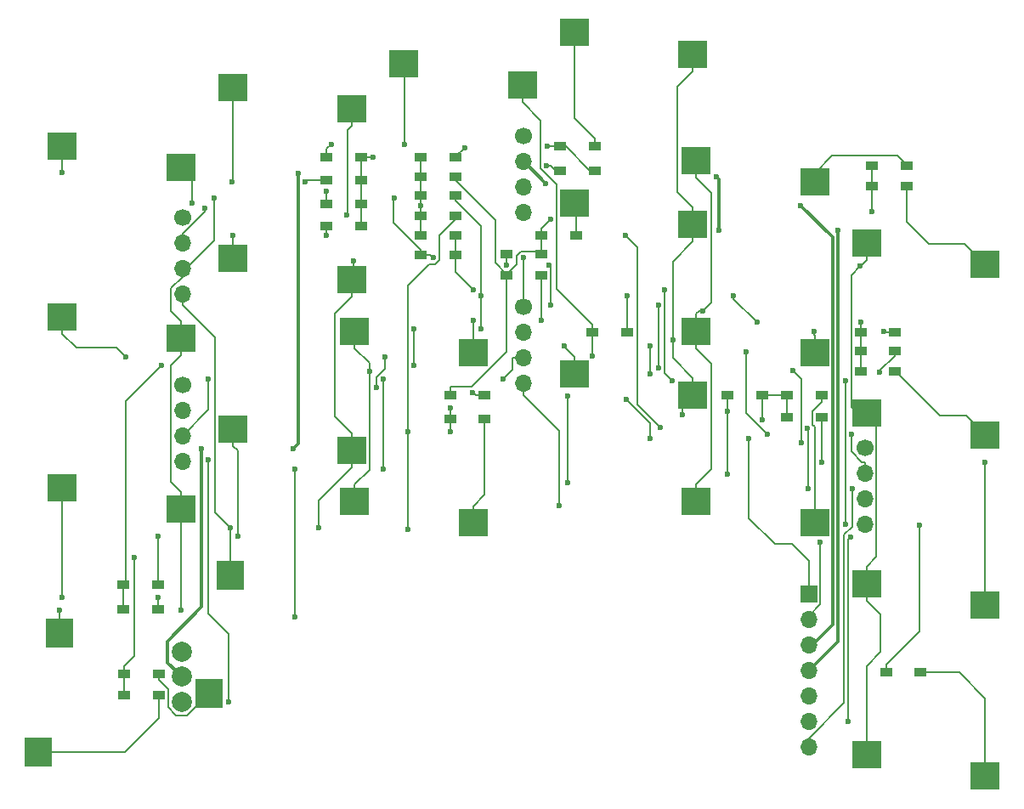
<source format=gbr>
G04 #@! TF.GenerationSoftware,KiCad,Pcbnew,9.0.0*
G04 #@! TF.CreationDate,2025-04-21T18:55:09+09:00*
G04 #@! TF.ProjectId,nofy_V2_R,6e6f6679-5f56-4325-9f52-2e6b69636164,rev?*
G04 #@! TF.SameCoordinates,Original*
G04 #@! TF.FileFunction,Copper,L2,Bot*
G04 #@! TF.FilePolarity,Positive*
%FSLAX46Y46*%
G04 Gerber Fmt 4.6, Leading zero omitted, Abs format (unit mm)*
G04 Created by KiCad (PCBNEW 9.0.0) date 2025-04-21 18:55:09*
%MOMM*%
%LPD*%
G01*
G04 APERTURE LIST*
G04 #@! TA.AperFunction,SMDPad,CuDef*
%ADD10R,1.200000X0.950000*%
G04 #@! TD*
G04 #@! TA.AperFunction,SMDPad,CuDef*
%ADD11R,3.000000X2.800000*%
G04 #@! TD*
G04 #@! TA.AperFunction,SMDPad,CuDef*
%ADD12R,2.850000X2.750000*%
G04 #@! TD*
G04 #@! TA.AperFunction,ComponentPad*
%ADD13C,1.700000*%
G04 #@! TD*
G04 #@! TA.AperFunction,ComponentPad*
%ADD14O,1.700000X1.700000*%
G04 #@! TD*
G04 #@! TA.AperFunction,ComponentPad*
%ADD15R,1.700000X1.700000*%
G04 #@! TD*
G04 #@! TA.AperFunction,SMDPad,CuDef*
%ADD16R,2.800000X3.000000*%
G04 #@! TD*
G04 #@! TA.AperFunction,SMDPad,CuDef*
%ADD17R,2.750000X2.850000*%
G04 #@! TD*
G04 #@! TA.AperFunction,ComponentPad*
%ADD18C,2.000000*%
G04 #@! TD*
G04 #@! TA.AperFunction,ViaPad*
%ADD19C,0.600000*%
G04 #@! TD*
G04 #@! TA.AperFunction,Conductor*
%ADD20C,0.200000*%
G04 #@! TD*
G04 #@! TA.AperFunction,Conductor*
%ADD21C,0.330000*%
G04 #@! TD*
G04 APERTURE END LIST*
D10*
X172400025Y-51650000D03*
X175850025Y-51650000D03*
X141850025Y-27900000D03*
X145300025Y-27900000D03*
X144753125Y-54050000D03*
X148203125Y-54050000D03*
D11*
X134950000Y-57150000D03*
D12*
X123125000Y-55025000D03*
D11*
X168950000Y-51650000D03*
D12*
X157125000Y-49525000D03*
D11*
X169250000Y-45250000D03*
D12*
X181075000Y-47375000D03*
D10*
X150400025Y-37550000D03*
X153850025Y-37550000D03*
D13*
X186100000Y-56900000D03*
D14*
X186100000Y-59440000D03*
X186100000Y-61980000D03*
X186100000Y-64520000D03*
D11*
X117950000Y-62950000D03*
D12*
X106125000Y-60825000D03*
D10*
X112200025Y-70550000D03*
X115650025Y-70550000D03*
X185650025Y-49250000D03*
X189100025Y-49250000D03*
D11*
X168950000Y-34650000D03*
D12*
X157125000Y-32525000D03*
D11*
X135250000Y-45250000D03*
D12*
X147075000Y-47375000D03*
D13*
X152100000Y-25800000D03*
D14*
X152100000Y-28340000D03*
X152100000Y-30880000D03*
X152100000Y-33420000D03*
D10*
X150400025Y-39700000D03*
X153850025Y-39700000D03*
X135899975Y-34750000D03*
X132449975Y-34750000D03*
D11*
X168950000Y-17650000D03*
D12*
X157125000Y-15525000D03*
D10*
X141850025Y-31750000D03*
X145300025Y-31750000D03*
X135899975Y-30250000D03*
X132449975Y-30250000D03*
X188200025Y-79250000D03*
X191650025Y-79250000D03*
X185649925Y-47250000D03*
X189099925Y-47250000D03*
X155750025Y-29250000D03*
X159200025Y-29250000D03*
D13*
X118100000Y-33905000D03*
D14*
X118100000Y-36445000D03*
X118100000Y-38985000D03*
X118100000Y-41525000D03*
D10*
X135900075Y-27900000D03*
X132450075Y-27900000D03*
X158926525Y-45400000D03*
X162376525Y-45400000D03*
D11*
X117950000Y-45950000D03*
D12*
X106125000Y-43825000D03*
D11*
X117950000Y-28950000D03*
D12*
X106125000Y-26825000D03*
D11*
X186250000Y-36450000D03*
D12*
X198075000Y-38575000D03*
D10*
X153850025Y-35700000D03*
X157300025Y-35700000D03*
X141850025Y-33750000D03*
X145300025Y-33750000D03*
D13*
X118100000Y-50600000D03*
D14*
X118100000Y-53140000D03*
X118100000Y-55680000D03*
X118100000Y-58220000D03*
D10*
X141850025Y-35700000D03*
X145300025Y-35700000D03*
X186800025Y-30850000D03*
X190250025Y-30850000D03*
D11*
X134950000Y-23125000D03*
D12*
X123125000Y-21000000D03*
D11*
X186250000Y-53450000D03*
D12*
X198075000Y-55575000D03*
D10*
X112300025Y-79400000D03*
X115750025Y-79400000D03*
D15*
X180500000Y-71440000D03*
D14*
X180500000Y-73980000D03*
X180500000Y-76520000D03*
X180500000Y-79060000D03*
X180500000Y-81600000D03*
X180500000Y-84140000D03*
X180500000Y-86680000D03*
D13*
X152100000Y-42860000D03*
D14*
X152100000Y-45400000D03*
X152100000Y-47940000D03*
X152100000Y-50480000D03*
D16*
X122850000Y-69550000D03*
D17*
X120725000Y-81375000D03*
D11*
X134950000Y-40150000D03*
D12*
X123125000Y-38025000D03*
D11*
X186250000Y-70450000D03*
D12*
X198075000Y-72575000D03*
D10*
X185650025Y-45400000D03*
X189100025Y-45400000D03*
D11*
X169250000Y-28250000D03*
D12*
X181075000Y-30375000D03*
D11*
X169250000Y-62250000D03*
D12*
X181075000Y-64375000D03*
D10*
X178350025Y-51650000D03*
X181800025Y-51650000D03*
X112200025Y-72950000D03*
X115650025Y-72950000D03*
X155750025Y-26850000D03*
X159200025Y-26850000D03*
X186800025Y-28750000D03*
X190250025Y-28750000D03*
X135899975Y-32600000D03*
X132449975Y-32600000D03*
D11*
X151950000Y-20750000D03*
D12*
X140125000Y-18625000D03*
D11*
X135250000Y-62250000D03*
D12*
X147075000Y-64375000D03*
D10*
X112300025Y-81500000D03*
X115750025Y-81500000D03*
D11*
X186250000Y-87450000D03*
D12*
X198075000Y-89575000D03*
D10*
X141850025Y-29850000D03*
X145300025Y-29850000D03*
X178350025Y-53850000D03*
X181800025Y-53850000D03*
X144753125Y-51600000D03*
X148203125Y-51600000D03*
D16*
X105850000Y-75350000D03*
D17*
X103725000Y-87175000D03*
D10*
X141850025Y-37700000D03*
X145300025Y-37700000D03*
D18*
X118000000Y-82200000D03*
X118000000Y-77200000D03*
X118000000Y-79700000D03*
D19*
X155651000Y-62673900D03*
X181655700Y-66324400D03*
X164648300Y-55943600D03*
X162317200Y-52083200D03*
X174531400Y-55943600D03*
X180359500Y-54933900D03*
X165720200Y-54881000D03*
X184811600Y-60944800D03*
X180471400Y-60944800D03*
X162215200Y-35698300D03*
X171509100Y-35211700D03*
X183399900Y-35211700D03*
X171254500Y-29857200D03*
X156450800Y-60398300D03*
X184443400Y-84140000D03*
X184638765Y-65803765D03*
X156450800Y-51688000D03*
X120008600Y-57001600D03*
X154304000Y-30523900D03*
X129100000Y-57001600D03*
X129665100Y-29572100D03*
X179701100Y-32759200D03*
X120691000Y-58100000D03*
X122731300Y-82200000D03*
X129306500Y-73713800D03*
X138103800Y-59032100D03*
X129306500Y-59032100D03*
X150019800Y-50020200D03*
X138103800Y-50020200D03*
X187997400Y-45251300D03*
X181023300Y-45251300D03*
X112464800Y-47834400D03*
X138259600Y-47834400D03*
X147011100Y-51359400D03*
X137427800Y-50910600D03*
X147075000Y-44187400D03*
X153850000Y-44187400D03*
X115650000Y-71800000D03*
X106100000Y-71750000D03*
X123125000Y-35750000D03*
X132450000Y-35748600D03*
X123589300Y-65653300D03*
X115650000Y-65653300D03*
X132950000Y-26657000D03*
X140196700Y-26657000D03*
X164648300Y-46702000D03*
X156130900Y-46702000D03*
X164648300Y-49535900D03*
X187583300Y-49369700D03*
X123050000Y-30350000D03*
X130330100Y-30350000D03*
X132450000Y-31300000D03*
X106125000Y-29425900D03*
X181800000Y-58288300D03*
X198075000Y-58288300D03*
X186800000Y-33366400D03*
X154744700Y-34141700D03*
X147862300Y-41757300D03*
X141148000Y-45032500D03*
X141148000Y-48646400D03*
X185650000Y-44359600D03*
X175341100Y-44359600D03*
X116005700Y-48646400D03*
X173025800Y-41755000D03*
X162376500Y-41755000D03*
X147862300Y-45032500D03*
X175829015Y-54108885D03*
X140546300Y-55281400D03*
X140546300Y-65004800D03*
X113273100Y-67790400D03*
X144753100Y-52950000D03*
X144753100Y-55281400D03*
X137100000Y-27900000D03*
X154412600Y-26850000D03*
X146193200Y-26962600D03*
X147076600Y-41135100D03*
X166922700Y-50173100D03*
X166147500Y-41135100D03*
X184123700Y-64520000D03*
X191522700Y-64550000D03*
X184123700Y-50173100D03*
X120356500Y-33052400D03*
X141850000Y-32751500D03*
X105850000Y-73041500D03*
X154382700Y-28750000D03*
X121235200Y-31955100D03*
X117950000Y-73041500D03*
X179757800Y-56349200D03*
X150400000Y-38679400D03*
X154644500Y-38679400D03*
X165497900Y-42679500D03*
X154773000Y-42679500D03*
X135166300Y-38230300D03*
X178879700Y-49140800D03*
X165497900Y-48904500D03*
X122850000Y-64828700D03*
X131658200Y-64828700D03*
X158926500Y-47772400D03*
X136751700Y-49248600D03*
X120671800Y-50020200D03*
X136751700Y-49248600D03*
X184734200Y-55535600D03*
X176407200Y-55535600D03*
X174279700Y-47303700D03*
X167913400Y-53564600D03*
X172400000Y-59530300D03*
X172400000Y-53284900D03*
X166948900Y-46113800D03*
X169963400Y-43214200D03*
X139200000Y-32000000D03*
X143066085Y-37931485D03*
X152100000Y-37958800D03*
X119050000Y-32500000D03*
X134500000Y-33700000D03*
X185642000Y-38752100D03*
D20*
X155651000Y-62673900D02*
X155651000Y-55182700D01*
X181655700Y-72464400D02*
X181655700Y-66324400D01*
X152100000Y-50480000D02*
X152100000Y-51631700D01*
X155651000Y-55182700D02*
X152100000Y-51631700D01*
X180500000Y-73980000D02*
X180500000Y-73620100D01*
X180500000Y-73620100D02*
X181655700Y-72464400D01*
X164648300Y-55943600D02*
X164648300Y-54414300D01*
X164648300Y-54414300D02*
X162317200Y-52083200D01*
X174531400Y-63881400D02*
X174531400Y-55943600D01*
X178801100Y-66486500D02*
X177136500Y-66486500D01*
X180500000Y-71440000D02*
X180500000Y-68185400D01*
X180500000Y-68185400D02*
X178801100Y-66486500D01*
X177136500Y-66486500D02*
X174531400Y-63881400D01*
X184811600Y-60944800D02*
X184811600Y-64782400D01*
X163405500Y-36888600D02*
X162215200Y-35698300D01*
X184035100Y-82281100D02*
X180500000Y-85816200D01*
X163405500Y-52566300D02*
X163405500Y-36888600D01*
X180359500Y-54933900D02*
X180471400Y-55045800D01*
X165720200Y-54881000D02*
X163405500Y-52566300D01*
X184811600Y-64782400D02*
X184035100Y-65558900D01*
X184035100Y-65558900D02*
X184035100Y-82281100D01*
X180500000Y-85816200D02*
X180500000Y-86680000D01*
X180471400Y-55045800D02*
X180471400Y-60944800D01*
D21*
X171509100Y-30111800D02*
X171254500Y-29857200D01*
X180500000Y-79060000D02*
X183399900Y-76160100D01*
X183399900Y-76160100D02*
X183399900Y-35211700D01*
X171509100Y-35211700D02*
X171509100Y-30111800D01*
D20*
X184638765Y-65806035D02*
X184443400Y-66001400D01*
X184638765Y-65803765D02*
X184638765Y-65806035D01*
X184443400Y-66001400D02*
X184443400Y-84140000D01*
X156450800Y-60398300D02*
X156450800Y-51688000D01*
D21*
X152120100Y-28340000D02*
X154304000Y-30523900D01*
X182868200Y-35926300D02*
X179701100Y-32759200D01*
X116586100Y-78286100D02*
X116586100Y-76181200D01*
X116586100Y-76181200D02*
X120008600Y-72758700D01*
X152100000Y-28340000D02*
X152120100Y-28340000D01*
X129100000Y-57001600D02*
X129665100Y-56436500D01*
X129665100Y-56436500D02*
X129665100Y-29572100D01*
X180500000Y-76520000D02*
X180830000Y-76520000D01*
X180830000Y-76520000D02*
X182868200Y-74481800D01*
X118000000Y-79700000D02*
X116586100Y-78286100D01*
X182868200Y-74481800D02*
X182868200Y-35926300D01*
X120008600Y-72758700D02*
X120008600Y-57001600D01*
D20*
X120691000Y-73422300D02*
X122731300Y-75462600D01*
X122731300Y-75462600D02*
X122731300Y-82200000D01*
X120691000Y-58100000D02*
X120691000Y-73422300D01*
X152100000Y-47940000D02*
X150948300Y-47940000D01*
X129306500Y-73713800D02*
X129306500Y-59032100D01*
X138103800Y-50020200D02*
X138103800Y-59032100D01*
X150948300Y-47940000D02*
X150948300Y-49091700D01*
X150948300Y-49091700D02*
X150019800Y-50020200D01*
X189300000Y-27750000D02*
X190250000Y-28700000D01*
X182850000Y-27750000D02*
X189300000Y-27750000D01*
X181075000Y-29525000D02*
X182850000Y-27750000D01*
X190250000Y-28700000D02*
X190250000Y-28750000D01*
X181075000Y-30375000D02*
X181075000Y-29525000D01*
X180870800Y-53258800D02*
X180870800Y-54594300D01*
X181800025Y-51650000D02*
X181800025Y-52329575D01*
X181075000Y-54798500D02*
X181075000Y-64375000D01*
X180870800Y-54594300D02*
X181075000Y-54798500D01*
X181800000Y-51650000D02*
X181800025Y-51650000D01*
X181800025Y-52329575D02*
X180870800Y-53258800D01*
X188049600Y-45251300D02*
X188198300Y-45400000D01*
X181075000Y-45698300D02*
X181023300Y-45646600D01*
X187997400Y-45251300D02*
X188049600Y-45251300D01*
X181023300Y-45646600D02*
X181023300Y-45251300D01*
X181075000Y-47375000D02*
X181075000Y-45698300D01*
X189100000Y-45400000D02*
X188198300Y-45400000D01*
X147011100Y-51359400D02*
X147060800Y-51359400D01*
X148203100Y-51600000D02*
X147301400Y-51600000D01*
X137427800Y-50910600D02*
X137427800Y-49825900D01*
X147060800Y-51359400D02*
X147301400Y-51600000D01*
X106125000Y-45501700D02*
X107526900Y-46903600D01*
X111534000Y-46903600D02*
X112464800Y-47834400D01*
X107526900Y-46903600D02*
X111534000Y-46903600D01*
X138259600Y-48994100D02*
X138259600Y-47834400D01*
X106125000Y-43825000D02*
X106125000Y-45501700D01*
X137427800Y-49825900D02*
X138259600Y-48994100D01*
X147075000Y-44187400D02*
X147075000Y-47375000D01*
X153850000Y-39700000D02*
X153850000Y-44187400D01*
X157125000Y-32525000D02*
X157300000Y-32700000D01*
X157300000Y-32700000D02*
X157300000Y-35700000D01*
X148203100Y-61570200D02*
X148203100Y-54050000D01*
X147075000Y-62698300D02*
X148203100Y-61570200D01*
X147075000Y-64375000D02*
X147075000Y-62698300D01*
X106125000Y-71725000D02*
X106100000Y-71750000D01*
X115650000Y-71800000D02*
X115650000Y-72950000D01*
X106125000Y-60825000D02*
X106125000Y-71725000D01*
X115750000Y-83800000D02*
X112375000Y-87175000D01*
X112375000Y-87175000D02*
X103725000Y-87175000D01*
X115750000Y-81500000D02*
X115750000Y-83800000D01*
X132450000Y-34750000D02*
X132450000Y-35748600D01*
X123125000Y-38025000D02*
X123125000Y-35750000D01*
X123125000Y-55025000D02*
X123125000Y-56701700D01*
X123125000Y-56701700D02*
X123589300Y-57166000D01*
X123589300Y-57166000D02*
X123589300Y-65653300D01*
X115650000Y-70550000D02*
X115650000Y-65653300D01*
X120725000Y-81375000D02*
X118554300Y-83545700D01*
X117480700Y-83545700D02*
X116675000Y-82740000D01*
X115750025Y-79400000D02*
X115750000Y-79400000D01*
X118554300Y-83545700D02*
X117480700Y-83545700D01*
X116675000Y-82740000D02*
X116675000Y-80907500D01*
X115750025Y-79982525D02*
X115750025Y-79400000D01*
X116675000Y-80907500D02*
X115750025Y-79982525D01*
X132916400Y-26657000D02*
X132450100Y-27123300D01*
X132450100Y-27123300D02*
X132450100Y-27900000D01*
X140125000Y-18625000D02*
X140196700Y-18696700D01*
X140196700Y-18696700D02*
X140196700Y-26657000D01*
X132950000Y-26657000D02*
X132916400Y-26657000D01*
X189099900Y-47250000D02*
X189099900Y-47702300D01*
X187583300Y-49218900D02*
X187583300Y-49369700D01*
X156130900Y-46854200D02*
X156130900Y-46702000D01*
X164648300Y-46702000D02*
X164648300Y-49535900D01*
X189099900Y-47702300D02*
X187583300Y-49218900D01*
X157125000Y-47848300D02*
X156130900Y-46854200D01*
X157125000Y-49525000D02*
X157125000Y-47848300D01*
X157125000Y-15525000D02*
X157125000Y-23998300D01*
X157125000Y-23998300D02*
X159200000Y-26073300D01*
X159200000Y-26850000D02*
X159200000Y-26073300D01*
X130430100Y-30250000D02*
X132450000Y-30250000D01*
X123125000Y-30275000D02*
X123050000Y-30350000D01*
X130330100Y-30350000D02*
X130430100Y-30250000D01*
X123125000Y-21000000D02*
X123125000Y-30275000D01*
X193552800Y-53652800D02*
X189150000Y-49250000D01*
X189150000Y-49250000D02*
X189100000Y-49250000D01*
X198075000Y-55575000D02*
X196152800Y-53652800D01*
X196152800Y-53652800D02*
X193552800Y-53652800D01*
X192434300Y-36550000D02*
X190250000Y-34365700D01*
X198075000Y-38575000D02*
X196050000Y-36550000D01*
X190250000Y-34365700D02*
X190250000Y-30850000D01*
X196050000Y-36550000D02*
X192434300Y-36550000D01*
X132450000Y-31300000D02*
X132450000Y-32600000D01*
X106125000Y-26825000D02*
X106125000Y-29425900D01*
X181800000Y-53850000D02*
X181800000Y-58288300D01*
X198075000Y-72575000D02*
X198075000Y-58288300D01*
X195500000Y-79250000D02*
X198075000Y-81825000D01*
X198075000Y-81825000D02*
X198075000Y-89575000D01*
X191650000Y-79250000D02*
X195500000Y-79250000D01*
X152192200Y-37357800D02*
X151851057Y-37357800D01*
X150400000Y-47284000D02*
X146926300Y-50757700D01*
X151508857Y-37700000D02*
X151496300Y-37700000D01*
X151409300Y-38569900D02*
X150403000Y-39576200D01*
X150403000Y-39688000D02*
X150400000Y-39691000D01*
X153850025Y-35700000D02*
X153850000Y-35700025D01*
X154744700Y-34141700D02*
X153850025Y-35036375D01*
X153850000Y-37549975D02*
X153850025Y-37550000D01*
X151496300Y-37700000D02*
X151409300Y-37787000D01*
X152200000Y-37350000D02*
X152192200Y-37357800D01*
X186800000Y-30850000D02*
X186800000Y-31626700D01*
X153850025Y-35036375D02*
X153850025Y-35700000D01*
X146926300Y-50757700D02*
X144818700Y-50757700D01*
X186800000Y-31626700D02*
X186800000Y-33366400D01*
X153850000Y-35700025D02*
X153850000Y-37549975D01*
X153650025Y-37350000D02*
X152200000Y-37350000D01*
X150400000Y-39691000D02*
X150400000Y-39700000D01*
X145300000Y-30238400D02*
X149295800Y-34234200D01*
X151409300Y-37787000D02*
X151409300Y-38569900D01*
X144753100Y-51600000D02*
X144753100Y-50823300D01*
X150403000Y-39576200D02*
X150403000Y-39576300D01*
X144818700Y-50757700D02*
X144753100Y-50823300D01*
X149295800Y-34234200D02*
X149295800Y-38469100D01*
X149295800Y-38469100D02*
X150403000Y-39576200D01*
X150403000Y-39576300D02*
X150403000Y-39688000D01*
X150400000Y-39700000D02*
X150400000Y-47284000D01*
X153850025Y-37550000D02*
X153650025Y-37350000D01*
X186800000Y-28750000D02*
X186800000Y-30850000D01*
X151851057Y-37357800D02*
X151508857Y-37700000D01*
X145300000Y-29850000D02*
X145300000Y-30238400D01*
X116005700Y-48646400D02*
X112431700Y-52220400D01*
X141148000Y-48646400D02*
X141148000Y-45032500D01*
X147862300Y-34797700D02*
X147862300Y-41757300D01*
X175341100Y-44359600D02*
X173025800Y-42044300D01*
X145300000Y-31750000D02*
X145300025Y-31750000D01*
X112200000Y-70550000D02*
X112200000Y-72950000D01*
X112431700Y-70318325D02*
X112200025Y-70550000D01*
X112200025Y-70550000D02*
X112200000Y-70550000D01*
X145300025Y-32235425D02*
X147862300Y-34797700D01*
X185649900Y-47250000D02*
X185649900Y-48026700D01*
X185649900Y-46176700D02*
X185649900Y-47250000D01*
X185650000Y-48026700D02*
X185650000Y-49250000D01*
X185650000Y-45400000D02*
X185650000Y-46176700D01*
X162376500Y-45400000D02*
X162376500Y-41755000D01*
X112431700Y-52220400D02*
X112431700Y-70318325D01*
X185649900Y-48026700D02*
X185650000Y-48026700D01*
X145300025Y-31750000D02*
X145300025Y-32235425D01*
X185650000Y-46176700D02*
X185649900Y-46176700D01*
X173025800Y-42044300D02*
X173025800Y-41755000D01*
X147862300Y-41757300D02*
X147862300Y-45032500D01*
X185650000Y-45400000D02*
X185650000Y-44359600D01*
X143693400Y-38152700D02*
X143246900Y-38599200D01*
X112300000Y-79400000D02*
X112300000Y-78623300D01*
X175850025Y-51650000D02*
X178350025Y-51650000D01*
X175850000Y-54087900D02*
X175829015Y-54108885D01*
X143693400Y-35745000D02*
X143693400Y-38152700D01*
X145300000Y-33750000D02*
X145300000Y-34138400D01*
X113273100Y-77650200D02*
X113273100Y-67790400D01*
X145300000Y-34138400D02*
X143693400Y-35745000D01*
X178350000Y-52750000D02*
X178350000Y-51650000D01*
X112300000Y-78623300D02*
X113273100Y-77650200D01*
X143246900Y-38599200D02*
X142678100Y-38599200D01*
X140546300Y-40731000D02*
X140546300Y-55281400D01*
X112300000Y-81500000D02*
X112300000Y-79400000D01*
X178350000Y-53850000D02*
X178350000Y-52750000D01*
X140546300Y-55281400D02*
X140546300Y-65004800D01*
X142678100Y-38599200D02*
X140546300Y-40731000D01*
X144753100Y-52950000D02*
X144753100Y-55281400D01*
X175850000Y-51650000D02*
X175850000Y-54087900D01*
X175850025Y-51650000D02*
X175850000Y-51650000D01*
X155750000Y-26850000D02*
X154886900Y-26850000D01*
X155750025Y-26850000D02*
X154886900Y-26850000D01*
X156300000Y-26850000D02*
X158700000Y-29250000D01*
X135900100Y-29473300D02*
X135900000Y-29473300D01*
X154412600Y-26850000D02*
X154886900Y-26850000D01*
X135900000Y-29473300D02*
X135900000Y-34750000D01*
X145300000Y-27900000D02*
X145300000Y-27855800D01*
X137100000Y-27900000D02*
X135900100Y-27900000D01*
X135900100Y-27900000D02*
X135900100Y-29473300D01*
X158700000Y-29250000D02*
X159200000Y-29250000D01*
X145300000Y-27855800D02*
X146193200Y-26962600D01*
X154886900Y-26850000D02*
X156300000Y-26850000D01*
X166147500Y-41135100D02*
X166147500Y-49397900D01*
X188200000Y-78473300D02*
X188200000Y-79250000D01*
X145300000Y-35700000D02*
X145300000Y-37700000D01*
X191522700Y-75150600D02*
X188200000Y-78473300D01*
X184123700Y-50173100D02*
X184123700Y-64520000D01*
X166147500Y-49397900D02*
X166922700Y-50173100D01*
X145300000Y-37700000D02*
X145300000Y-39358500D01*
X191522700Y-64550000D02*
X191522700Y-75150600D01*
X145300000Y-39358500D02*
X147076600Y-41135100D01*
X141850000Y-32751500D02*
X141850000Y-27900000D01*
X118100000Y-35581200D02*
X120356500Y-33324700D01*
X120356500Y-33324700D02*
X120356500Y-33052400D01*
X141850000Y-32751500D02*
X141850000Y-35700000D01*
X118100000Y-36445000D02*
X118100000Y-35581200D01*
X154382900Y-28749800D02*
X154774500Y-28749800D01*
X118100000Y-39378500D02*
X118100000Y-39848800D01*
X116948300Y-60246600D02*
X117950000Y-61248300D01*
X105850000Y-73548300D02*
X105850000Y-73041500D01*
X155750025Y-29250000D02*
X155750000Y-29250000D01*
X117950000Y-45950000D02*
X117950000Y-47651700D01*
X105850000Y-75350000D02*
X105850000Y-73548300D01*
X118100000Y-38985000D02*
X118100000Y-39378500D01*
X118100000Y-39378500D02*
X121235200Y-36243300D01*
X117950000Y-62950000D02*
X117950000Y-73041500D01*
X117950000Y-62950000D02*
X117950000Y-61248300D01*
X116938300Y-43236600D02*
X117950000Y-44248300D01*
X117950000Y-47651700D02*
X116948300Y-48653400D01*
X118100000Y-39848800D02*
X116938300Y-41010500D01*
X155274700Y-29250000D02*
X155750025Y-29250000D01*
X154382700Y-28750000D02*
X154382900Y-28749800D01*
X121235200Y-36243300D02*
X121235200Y-31955100D01*
X117950000Y-44248300D02*
X117950000Y-45950000D01*
X154774500Y-28749800D02*
X155274700Y-29250000D01*
X116948300Y-48653400D02*
X116948300Y-60246600D01*
X116938300Y-41010500D02*
X116938300Y-43236600D01*
X118100000Y-41525000D02*
X118100000Y-42676700D01*
X121308700Y-45885400D02*
X118100000Y-42676700D01*
X154773000Y-38807900D02*
X154644500Y-38679400D01*
X133270500Y-43531200D02*
X133270500Y-53768800D01*
X178879700Y-49140800D02*
X179757800Y-50018900D01*
X134950000Y-41000800D02*
X135166300Y-40784500D01*
X135166300Y-40784500D02*
X135166300Y-38230300D01*
X134950000Y-40150000D02*
X134950000Y-41000800D01*
X134950000Y-57150000D02*
X134950000Y-58851700D01*
X122850000Y-64828700D02*
X121308700Y-63287400D01*
X134950000Y-57150000D02*
X134950000Y-55448300D01*
X134950000Y-41851700D02*
X133270500Y-43531200D01*
X121308700Y-63287400D02*
X121308700Y-45885400D01*
X122850000Y-69550000D02*
X122850000Y-64828700D01*
X133270500Y-53768800D02*
X134950000Y-55448300D01*
X134950000Y-41000800D02*
X134950000Y-41851700D01*
X154773000Y-42679500D02*
X154773000Y-38807900D01*
X150400000Y-37550000D02*
X150400000Y-38679400D01*
X165497900Y-48904500D02*
X165497900Y-42679500D01*
X131658200Y-62143500D02*
X134950000Y-58851700D01*
X131658200Y-64828700D02*
X131658200Y-62143500D01*
X179757800Y-50018900D02*
X179757800Y-56349200D01*
X136751700Y-48453400D02*
X135250000Y-46951700D01*
X186100000Y-59440000D02*
X186100000Y-58288300D01*
X186100000Y-58288300D02*
X185812100Y-58288300D01*
X135250000Y-60548300D02*
X135250000Y-62250000D01*
X136751700Y-59046600D02*
X135250000Y-60548300D01*
X153782700Y-29036800D02*
X153782700Y-24284400D01*
X174279700Y-53408100D02*
X176407200Y-55535600D01*
X155346400Y-41043200D02*
X155346400Y-30600500D01*
X155346400Y-30600500D02*
X153782700Y-29036800D01*
X151950000Y-22451700D02*
X151950000Y-20750000D01*
X184734200Y-57210400D02*
X184734200Y-55535600D01*
X158926500Y-47772400D02*
X158926500Y-44623300D01*
X135250000Y-45250000D02*
X135250000Y-46951700D01*
X185812100Y-58288300D02*
X184734200Y-57210400D01*
X120671800Y-53108200D02*
X120671800Y-50020200D01*
X158926500Y-44623300D02*
X155346400Y-41043200D01*
X118100000Y-55680000D02*
X120671800Y-53108200D01*
X153782700Y-24284400D02*
X151950000Y-22451700D01*
X136751700Y-49248600D02*
X136751700Y-59046600D01*
X136751700Y-49248600D02*
X136751700Y-48453400D01*
X174279700Y-47303700D02*
X174279700Y-53408100D01*
X168950000Y-34650000D02*
X168950000Y-36351700D01*
X168950000Y-50799100D02*
X168950000Y-49948300D01*
X168950000Y-19351700D02*
X167425500Y-20876200D01*
X167913400Y-51835700D02*
X167913400Y-53564600D01*
X167425500Y-31423800D02*
X168950000Y-32948300D01*
X168950000Y-51650000D02*
X168950000Y-50799100D01*
X172400000Y-53284900D02*
X172400000Y-59530300D01*
X166948900Y-47947200D02*
X168950000Y-49948300D01*
X168950000Y-36351700D02*
X166948900Y-38352800D01*
X168950000Y-17650000D02*
X168950000Y-19351700D01*
X166948900Y-46113800D02*
X166948900Y-47947200D01*
X166948900Y-38352800D02*
X166948900Y-46113800D01*
X168950000Y-50799100D02*
X167913400Y-51835700D01*
X172400000Y-51650000D02*
X172400000Y-53284900D01*
X168950000Y-34131400D02*
X168950000Y-32948300D01*
X167425500Y-20876200D02*
X167425500Y-31423800D01*
X168950000Y-34131400D02*
X168950000Y-34650000D01*
X169250000Y-60548300D02*
X170771200Y-59027100D01*
X139100000Y-34450000D02*
X141850000Y-37200000D01*
X139200000Y-32000000D02*
X139200000Y-32050000D01*
X169250000Y-45250000D02*
X169250000Y-46951700D01*
X119024900Y-30024900D02*
X117950000Y-28950000D01*
X169250000Y-29951700D02*
X170772100Y-31473800D01*
X169584100Y-43214200D02*
X169250000Y-43548300D01*
X119024900Y-32474900D02*
X119024900Y-30024900D01*
X152100000Y-42860000D02*
X152100000Y-37958800D01*
X170772100Y-42405500D02*
X169963400Y-43214200D01*
X119050000Y-32500000D02*
X119024900Y-32474900D01*
X139200000Y-32050000D02*
X139100000Y-32150000D01*
X139100000Y-32150000D02*
X139100000Y-34450000D01*
X142751700Y-37700000D02*
X142983185Y-37931485D01*
X169250000Y-62250000D02*
X169250000Y-60548300D01*
X142983185Y-37931485D02*
X143066085Y-37931485D01*
X141850000Y-37200000D02*
X141850000Y-37700000D01*
X169250000Y-28250000D02*
X169250000Y-29951700D01*
X169963400Y-43214200D02*
X169584100Y-43214200D01*
X169250000Y-45250000D02*
X169250000Y-43548300D01*
X170771200Y-59027100D02*
X170771200Y-48472900D01*
X170771200Y-48472900D02*
X169250000Y-46951700D01*
X141850000Y-37700000D02*
X142751700Y-37700000D01*
X170772100Y-31473800D02*
X170772100Y-42405500D01*
X187251700Y-67746600D02*
X187251700Y-54451700D01*
X186250000Y-54300800D02*
X184735600Y-52786400D01*
X184735600Y-52786400D02*
X184735600Y-39658500D01*
X184735600Y-39658500D02*
X185642000Y-38752100D01*
X134529800Y-33670200D02*
X134529800Y-25246900D01*
X187609400Y-73511100D02*
X186250000Y-72151700D01*
X185642000Y-38752100D02*
X185649600Y-38752100D01*
X134500000Y-33700000D02*
X134529800Y-33670200D01*
X186250000Y-53450000D02*
X186250000Y-54300800D01*
X186250000Y-36450000D02*
X186250000Y-38151700D01*
X186250000Y-71300800D02*
X186250000Y-72151700D01*
X134950000Y-24826700D02*
X134950000Y-23125000D01*
X187251700Y-54451700D02*
X187100800Y-54300800D01*
X187100800Y-54300800D02*
X186250000Y-54300800D01*
X186250000Y-70450000D02*
X186250000Y-68748300D01*
X186250000Y-68748300D02*
X187251700Y-67746600D01*
X134529800Y-25246900D02*
X134950000Y-24826700D01*
X186250000Y-78604600D02*
X187609400Y-77245200D01*
X187609400Y-77245200D02*
X187609400Y-73511100D01*
X186250000Y-71300800D02*
X186250000Y-70450000D01*
X186250000Y-87450000D02*
X186250000Y-78604600D01*
X185649600Y-38752100D02*
X186250000Y-38151700D01*
M02*

</source>
